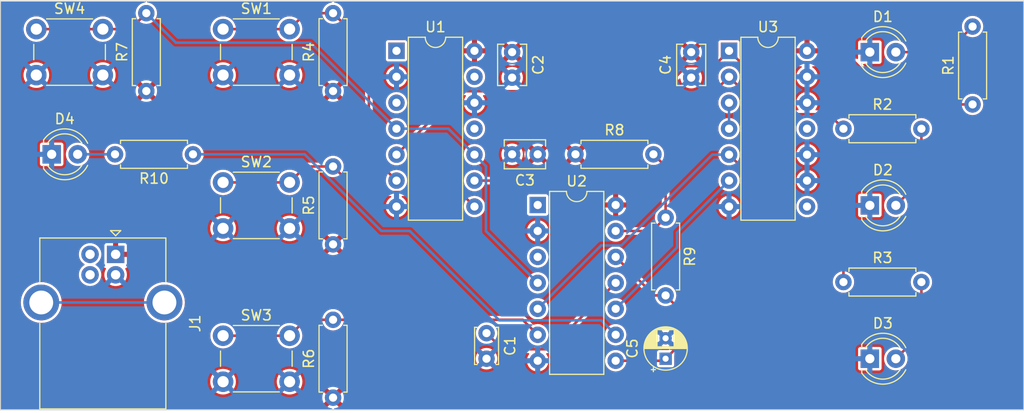
<source format=kicad_pcb>
(kicad_pcb (version 20221018) (generator pcbnew)
  (layers (0 "F.Cu" signal) (31 "B.Cu" signal) (34 "B.Paste" user) (35 "F.Paste" user) (36 "B.SilkS" user "B.Silkscreen") (37 "F.SilkS" user "F.Silkscreen") (38 "B.Mask" user) (39 "F.Mask" user) (44 "Edge.Cuts" user))
  (net 0 "")
  (net 1 "Net-(U2B-CV)")
  (net 2 "GND")
  (net 3 "/THRESHOLD")
  (net 4 "+5V")
  (net 5 "Net-(D1-A)")
  (net 6 "Net-(D2-A)")
  (net 7 "Net-(D3-A)")
  (net 8 "Net-(D4-A)")
  (net 11 "unconnected-(J1-Shield-Pad5)")
  (net 12 "/SET_{1}")
  (net 13 "/SET_{2}")
  (net 14 "/SET_{3}")
  (net 15 "/LED_{1}")
  (net 16 "/LED_{2}")
  (net 17 "/LED_{3}")
  (net 18 "Net-(U2B-DIS)")
  (net 19 "/LED_{DONE}")
  (net 20 "/RESET")
  (net 27 "/FLASH")
  (net 28 "Net-(U3-Pad3)")
  (footprint "Button_Switch_THT:SW_PUSH_6mm_H5mm" (layer "F.Cu") (at 76 60.25)
    (fp_text reference "SW4" (at 3.25 -2) (layer "F.SilkS"))
    (fp_text value "SW_SPST")
    (fp_line (start -0.25 1.5) (end -0.25 3) (stroke (width 0.12)) (layer "F.SilkS"))
    (fp_line (start 1 5.5) (end 5.5 5.5) (stroke (width 0.12)) (layer "F.SilkS"))
    (fp_line (start 5.5 -1) (end 1 -1) (stroke (width 0.12)) (layer "F.SilkS"))
    (fp_line (start 6.75 3) (end 6.75 1.5) (stroke (width 0.12)) (layer "F.SilkS"))
    (pad "1" thru_hole circle (at 0 0 90) (size 2 2) (drill 1.1) (layers "*.Cu" "*.Mask") (net 20 "/RESET"))
    (pad "1" thru_hole circle (at 6.5 0 90) (size 2 2) (drill 1.1) (layers "*.Cu" "*.Mask") (net 20 "/RESET"))
    (pad "2" thru_hole circle (at 0 4.5 90) (size 2 2) (drill 1.1) (layers "*.Cu" "*.Mask") (net 2 "GND"))
    (pad "2" thru_hole circle (at 6.5 4.5 90) (size 2 2) (drill 1.1) (layers "*.Cu" "*.Mask") (net 2 "GND"))
  )
  (footprint "Resistor_THT:R_Axial_DIN0207_L6.3mm_D2.5mm_P7.62mm_Horizontal" (layer "F.Cu") (at 105 96.31 90)
    (fp_text reference "R6" (at 3.81 -2.37 90) (layer "F.SilkS"))
    (fp_text value "10k")
    (fp_line (start 0.54 -1.37) (end 7.08 -1.37) (stroke (width 0.12)) (layer "F.SilkS"))
    (fp_line (start 0.54 -1.04) (end 0.54 -1.37) (stroke (width 0.12)) (layer "F.SilkS"))
    (fp_line (start 0.54 1.04) (end 0.54 1.37) (stroke (width 0.12)) (layer "F.SilkS"))
    (fp_line (start 0.54 1.37) (end 7.08 1.37) (stroke (width 0.12)) (layer "F.SilkS"))
    (fp_line (start 7.08 -1.37) (end 7.08 -1.04) (stroke (width 0.12)) (layer "F.SilkS"))
    (fp_line (start 7.08 1.37) (end 7.08 1.04) (stroke (width 0.12)) (layer "F.SilkS"))
    (pad "1" thru_hole circle (at 0 0 90) (size 1.6 1.6) (drill 0.8) (layers "*.Cu" "*.Mask") (net 4 "+5V"))
    (pad "2" thru_hole oval (at 7.62 0 90) (size 1.6 1.6) (drill 0.8) (layers "*.Cu" "*.Mask") (net 14 "/SET_{3}"))
  )
  (footprint "Resistor_THT:R_Axial_DIN0207_L6.3mm_D2.5mm_P7.62mm_Horizontal" (layer "F.Cu") (at 105 81.31 90)
    (fp_text reference "R5" (at 3.81 -2.37 90) (layer "F.SilkS"))
    (fp_text value "10k")
    (fp_line (start 0.54 -1.37) (end 7.08 -1.37) (stroke (width 0.12)) (layer "F.SilkS"))
    (fp_line (start 0.54 -1.04) (end 0.54 -1.37) (stroke (width 0.12)) (layer "F.SilkS"))
    (fp_line (start 0.54 1.04) (end 0.54 1.37) (stroke (width 0.12)) (layer "F.SilkS"))
    (fp_line (start 0.54 1.37) (end 7.08 1.37) (stroke (width 0.12)) (layer "F.SilkS"))
    (fp_line (start 7.08 -1.37) (end 7.08 -1.04) (stroke (width 0.12)) (layer "F.SilkS"))
    (fp_line (start 7.08 1.37) (end 7.08 1.04) (stroke (width 0.12)) (layer "F.SilkS"))
    (pad "1" thru_hole circle (at 0 0 90) (size 1.6 1.6) (drill 0.8) (layers "*.Cu" "*.Mask") (net 4 "+5V"))
    (pad "2" thru_hole oval (at 7.62 0 90) (size 1.6 1.6) (drill 0.8) (layers "*.Cu" "*.Mask") (net 13 "/SET_{2}"))
  )
  (footprint "Package_DIP:DIP-14_W7.62mm" (layer "F.Cu") (at 125 77.46)
    (fp_text reference "U2" (at 3.81 -2.33) (layer "F.SilkS"))
    (fp_text value "NE556")
    (fp_line (start 1.16 -1.33) (end 1.16 16.57) (stroke (width 0.12)) (layer "F.SilkS"))
    (fp_line (start 1.16 16.57) (end 6.46 16.57) (stroke (width 0.12)) (layer "F.SilkS"))
    (fp_line (start 2.81 -1.33) (end 1.16 -1.33) (stroke (width 0.12)) (layer "F.SilkS"))
    (fp_line (start 6.46 -1.33) (end 4.81 -1.33) (stroke (width 0.12)) (layer "F.SilkS"))
    (fp_line (start 6.46 16.57) (end 6.46 -1.33) (stroke (width 0.12)) (layer "F.SilkS"))
    (fp_arc (start 4.81 -1.33) (mid 3.81 -0.33) (end 2.81 -1.33) (stroke (width 0.12)) (layer "F.SilkS"))
    (pad "1" thru_hole rect (at 0 0) (size 1.6 1.6) (drill 0.8) (layers "*.Cu" "*.Mask"))
    (pad "2" thru_hole oval (at 0 2.54) (size 1.6 1.6) (drill 0.8) (layers "*.Cu" "*.Mask") (net 2 "GND"))
    (pad "3" thru_hole oval (at 0 5.08) (size 1.6 1.6) (drill 0.8) (layers "*.Cu" "*.Mask"))
    (pad "4" thru_hole oval (at 0 7.62) (size 1.6 1.6) (drill 0.8) (layers "*.Cu" "*.Mask") (net 20 "/RESET"))
    (pad "5" thru_hole oval (at 0 10.16) (size 1.6 1.6) (drill 0.8) (layers "*.Cu" "*.Mask") (net 17 "/LED_{3}"))
    (pad "6" thru_hole oval (at 0 12.7) (size 1.6 1.6) (drill 0.8) (layers "*.Cu" "*.Mask") (net 14 "/SET_{3}"))
    (pad "7" thru_hole oval (at 0 15.24) (size 1.6 1.6) (drill 0.8) (layers "*.Cu" "*.Mask") (net 2 "GND"))
    (pad "8" thru_hole oval (at 7.62 15.24) (size 1.6 1.6) (drill 0.8) (layers "*.Cu" "*.Mask") (net 3 "/THRESHOLD"))
    (pad "9" thru_hole oval (at 7.62 12.7) (size 1.6 1.6) (drill 0.8) (layers "*.Cu" "*.Mask") (net 19 "/LED_{DONE}"))
    (pad "10" thru_hole oval (at 7.62 10.16) (size 1.6 1.6) (drill 0.8) (layers "*.Cu" "*.Mask") (net 27 "/FLASH"))
    (pad "11" thru_hole oval (at 7.62 7.62) (size 1.6 1.6) (drill 0.8) (layers "*.Cu" "*.Mask") (net 1 "Net-(U2B-CV)"))
    (pad "12" thru_hole oval (at 7.62 5.08) (size 1.6 1.6) (drill 0.8) (layers "*.Cu" "*.Mask") (net 3 "/THRESHOLD"))
    (pad "13" thru_hole oval (at 7.62 2.54) (size 1.6 1.6) (drill 0.8) (layers "*.Cu" "*.Mask") (net 18 "Net-(U2B-DIS)"))
    (pad "14" thru_hole oval (at 7.62 0) (size 1.6 1.6) (drill 0.8) (layers "*.Cu" "*.Mask") (net 4 "+5V"))
  )
  (footprint "Button_Switch_THT:SW_PUSH_6mm_H5mm" (layer "F.Cu") (at 94.25 90.25)
    (fp_text reference "SW3" (at 3.25 -2) (layer "F.SilkS"))
    (fp_text value "SW_SPST")
    (fp_line (start -0.25 1.5) (end -0.25 3) (stroke (width 0.12)) (layer "F.SilkS"))
    (fp_line (start 1 5.5) (end 5.5 5.5) (stroke (width 0.12)) (layer "F.SilkS"))
    (fp_line (start 5.5 -1) (end 1 -1) (stroke (width 0.12)) (layer "F.SilkS"))
    (fp_line (start 6.75 3) (end 6.75 1.5) (stroke (width 0.12)) (layer "F.SilkS"))
    (pad "1" thru_hole circle (at 0 0 90) (size 2 2) (drill 1.1) (layers "*.Cu" "*.Mask") (net 14 "/SET_{3}"))
    (pad "1" thru_hole circle (at 6.5 0 90) (size 2 2) (drill 1.1) (layers "*.Cu" "*.Mask") (net 14 "/SET_{3}"))
    (pad "2" thru_hole circle (at 0 4.5 90) (size 2 2) (drill 1.1) (layers "*.Cu" "*.Mask") (net 2 "GND"))
    (pad "2" thru_hole circle (at 6.5 4.5 90) (size 2 2) (drill 1.1) (layers "*.Cu" "*.Mask") (net 2 "GND"))
  )
  (footprint "Button_Switch_THT:SW_PUSH_6mm_H5mm" (layer "F.Cu") (at 94.25 75.25)
    (fp_text reference "SW2" (at 3.25 -2) (layer "F.SilkS"))
    (fp_text value "SW_SPST")
    (fp_line (start -0.25 1.5) (end -0.25 3) (stroke (width 0.12)) (layer "F.SilkS"))
    (fp_line (start 1 5.5) (end 5.5 5.5) (stroke (width 0.12)) (layer "F.SilkS"))
    (fp_line (start 5.5 -1) (end 1 -1) (stroke (width 0.12)) (layer "F.SilkS"))
    (fp_line (start 6.75 3) (end 6.75 1.5) (stroke (width 0.12)) (layer "F.SilkS"))
    (pad "1" thru_hole circle (at 0 0 90) (size 2 2) (drill 1.1) (layers "*.Cu" "*.Mask") (net 13 "/SET_{2}"))
    (pad "1" thru_hole circle (at 6.5 0 90) (size 2 2) (drill 1.1) (layers "*.Cu" "*.Mask") (net 13 "/SET_{2}"))
    (pad "2" thru_hole circle (at 0 4.5 90) (size 2 2) (drill 1.1) (layers "*.Cu" "*.Mask") (net 2 "GND"))
    (pad "2" thru_hole circle (at 6.5 4.5 90) (size 2 2) (drill 1.1) (layers "*.Cu" "*.Mask") (net 2 "GND"))
  )
  (footprint "Resistor_THT:R_Axial_DIN0207_L6.3mm_D2.5mm_P7.62mm_Horizontal" (layer "F.Cu") (at 86.75 66.31 90)
    (fp_text reference "R7" (at 3.81 -2.37 90) (layer "F.SilkS"))
    (fp_text value "10k")
    (fp_line (start 0.54 -1.37) (end 7.08 -1.37) (stroke (width 0.12)) (layer "F.SilkS"))
    (fp_line (start 0.54 -1.04) (end 0.54 -1.37) (stroke (width 0.12)) (layer "F.SilkS"))
    (fp_line (start 0.54 1.04) (end 0.54 1.37) (stroke (width 0.12)) (layer "F.SilkS"))
    (fp_line (start 0.54 1.37) (end 7.08 1.37) (stroke (width 0.12)) (layer "F.SilkS"))
    (fp_line (start 7.08 -1.37) (end 7.08 -1.04) (stroke (width 0.12)) (layer "F.SilkS"))
    (fp_line (start 7.08 1.37) (end 7.08 1.04) (stroke (width 0.12)) (layer "F.SilkS"))
    (pad "1" thru_hole circle (at 0 0 90) (size 1.6 1.6) (drill 0.8) (layers "*.Cu" "*.Mask") (net 4 "+5V"))
    (pad "2" thru_hole oval (at 7.62 0 90) (size 1.6 1.6) (drill 0.8) (layers "*.Cu" "*.Mask") (net 20 "/RESET"))
  )
  (footprint "Button_Switch_THT:SW_PUSH_6mm_H5mm" (layer "F.Cu") (at 94.25 60.25)
    (fp_text reference "SW1" (at 3.25 -2) (layer "F.SilkS"))
    (fp_text value "SW_SPST")
    (fp_line (start -0.25 1.5) (end -0.25 3) (stroke (width 0.12)) (layer "F.SilkS"))
    (fp_line (start 1 5.5) (end 5.5 5.5) (stroke (width 0.12)) (layer "F.SilkS"))
    (fp_line (start 5.5 -1) (end 1 -1) (stroke (width 0.12)) (layer "F.SilkS"))
    (fp_line (start 6.75 3) (end 6.75 1.5) (stroke (width 0.12)) (layer "F.SilkS"))
    (pad "1" thru_hole circle (at 0 0 90) (size 2 2) (drill 1.1) (layers "*.Cu" "*.Mask") (net 12 "/SET_{1}"))
    (pad "1" thru_hole circle (at 6.5 0 90) (size 2 2) (drill 1.1) (layers "*.Cu" "*.Mask") (net 12 "/SET_{1}"))
    (pad "2" thru_hole circle (at 0 4.5 90) (size 2 2) (drill 1.1) (layers "*.Cu" "*.Mask") (net 2 "GND"))
    (pad "2" thru_hole circle (at 6.5 4.5 90) (size 2 2) (drill 1.1) (layers "*.Cu" "*.Mask") (net 2 "GND"))
  )
  (footprint "Resistor_THT:R_Axial_DIN0207_L6.3mm_D2.5mm_P7.62mm_Horizontal" (layer "F.Cu") (at 154.88 85)
    (fp_text reference "R3" (at 3.81 -2.37) (layer "F.SilkS"))
    (fp_text value "330")
    (fp_line (start 0.54 -1.37) (end 7.08 -1.37) (stroke (width 0.12)) (layer "F.SilkS"))
    (fp_line (start 0.54 -1.04) (end 0.54 -1.37) (stroke (width 0.12)) (layer "F.SilkS"))
    (fp_line (start 0.54 1.04) (end 0.54 1.37) (stroke (width 0.12)) (layer "F.SilkS"))
    (fp_line (start 0.54 1.37) (end 7.08 1.37) (stroke (width 0.12)) (layer "F.SilkS"))
    (fp_line (start 7.08 -1.37) (end 7.08 -1.04) (stroke (width 0.12)) (layer "F.SilkS"))
    (fp_line (start 7.08 1.37) (end 7.08 1.04) (stroke (width 0.12)) (layer "F.SilkS"))
    (pad "1" thru_hole circle (at 0 0) (size 1.6 1.6) (drill 0.8) (layers "*.Cu" "*.Mask") (net 17 "/LED_{3}"))
    (pad "2" thru_hole oval (at 7.62 0) (size 1.6 1.6) (drill 0.8) (layers "*.Cu" "*.Mask") (net 7 "Net-(D3-A)"))
  )
  (footprint "Capacitor_THT:C_Disc_D3.4mm_W2.1mm_P2.50mm" (layer "F.Cu") (at 120 90 -90)
    (fp_text reference "C1" (at 1.25 -2.3 90) (layer "F.SilkS"))
    (fp_text value "47n")
    (fp_line (start -0.57 -1.17) (end -0.57 -0.925) (stroke (width 0.12)) (layer "F.SilkS"))
    (fp_line (start -0.57 -1.17) (end 3.07 -1.17) (stroke (width 0.12)) (layer "F.SilkS"))
    (fp_line (start -0.57 0.925) (end -0.57 1.17) (stroke (width 0.12)) (layer "F.SilkS"))
    (fp_line (start -0.57 1.17) (end 3.07 1.17) (stroke (width 0.12)) (layer "F.SilkS"))
    (fp_line (start 3.07 -1.17) (end 3.07 -0.925) (stroke (width 0.12)) (layer "F.SilkS"))
    (fp_line (start 3.07 0.925) (end 3.07 1.17) (stroke (width 0.12)) (layer "F.SilkS"))
    (pad "1" thru_hole circle (at 0 0 270) (size 1.6 1.6) (drill 0.8) (layers "*.Cu" "*.Mask") (net 1 "Net-(U2B-CV)"))
    (pad "2" thru_hole circle (at 2.5 0 270) (size 1.6 1.6) (drill 0.8) (layers "*.Cu" "*.Mask") (net 2 "GND"))
  )
  (footprint "Resistor_THT:R_Axial_DIN0207_L6.3mm_D2.5mm_P7.62mm_Horizontal" (layer "F.Cu") (at 128.69 72.5)
    (fp_text reference "R8" (at 3.81 -2.37) (layer "F.SilkS"))
    (fp_text value "1k")
    (fp_line (start 0.54 -1.37) (end 7.08 -1.37) (stroke (width 0.12)) (layer "F.SilkS"))
    (fp_line (start 0.54 -1.04) (end 0.54 -1.37) (stroke (width 0.12)) (layer "F.SilkS"))
    (fp_line (start 0.54 1.04) (end 0.54 1.37) (stroke (width 0.12)) (layer "F.SilkS"))
    (fp_line (start 0.54 1.37) (end 7.08 1.37) (stroke (width 0.12)) (layer "F.SilkS"))
    (fp_line (start 7.08 -1.37) (end 7.08 -1.04) (stroke (width 0.12)) (layer "F.SilkS"))
    (fp_line (start 7.08 1.37) (end 7.08 1.04) (stroke (width 0.12)) (layer "F.SilkS"))
    (pad "1" thru_hole circle (at 0 0) (size 1.6 1.6) (drill 0.8) (layers "*.Cu" "*.Mask") (net 4 "+5V"))
    (pad "2" thru_hole oval (at 7.62 0) (size 1.6 1.6) (drill 0.8) (layers "*.Cu" "*.Mask") (net 18 "Net-(U2B-DIS)"))
  )
  (footprint "Capacitor_THT:C_Disc_D3.8mm_W2.6mm_P2.50mm" (layer "F.Cu") (at 125 72.5 180)
    (fp_text reference "C3" (at 1.25 -2.55) (layer "F.SilkS"))
    (fp_text value "100n")
    (fp_line (start -0.77 -1.42) (end -0.77 -0.795) (stroke (width 0.12)) (layer "F.SilkS"))
    (fp_line (start -0.77 -1.42) (end 3.27 -1.42) (stroke (width 0.12)) (layer "F.SilkS"))
    (fp_line (start -0.77 0.795) (end -0.77 1.42) (stroke (width 0.12)) (layer "F.SilkS"))
    (fp_line (start -0.77 1.42) (end 3.27 1.42) (stroke (width 0.12)) (layer "F.SilkS"))
    (fp_line (start 3.27 -1.42) (end 3.27 -0.795) (stroke (width 0.12)) (layer "F.SilkS"))
    (fp_line (start 3.27 0.795) (end 3.27 1.42) (stroke (width 0.12)) (layer "F.SilkS"))
    (pad "1" thru_hole circle (at 0 0 180) (size 1.6 1.6) (drill 0.8) (layers "*.Cu" "*.Mask") (net 4 "+5V"))
    (pad "2" thru_hole circle (at 2.5 0 180) (size 1.6 1.6) (drill 0.8) (layers "*.Cu" "*.Mask") (net 2 "GND"))
  )
  (footprint "Package_DIP:DIP-14_W7.62mm" (layer "F.Cu") (at 111.2 62.375)
    (fp_text reference "U1" (at 3.81 -2.33) (layer "F.SilkS"))
    (fp_text value "NE556")
    (fp_line (start 1.16 -1.33) (end 1.16 16.57) (stroke (width 0.12)) (layer "F.SilkS"))
    (fp_line (start 1.16 16.57) (end 6.46 16.57) (stroke (width 0.12)) (layer "F.SilkS"))
    (fp_line (start 2.81 -1.33) (end 1.16 -1.33) (stroke (width 0.12)) (layer "F.SilkS"))
    (fp_line (start 6.46 -1.33) (end 4.81 -1.33) (stroke (width 0.12)) (layer "F.SilkS"))
    (fp_line (start 6.46 16.57) (end 6.46 -1.33) (stroke (width 0.12)) (layer "F.SilkS"))
    (fp_arc (start 4.81 -1.33) (mid 3.81 -0.33) (end 2.81 -1.33) (stroke (width 0.12)) (layer "F.SilkS"))
    (pad "1" thru_hole rect (at 0 0) (size 1.6 1.6) (drill 0.8) (layers "*.Cu" "*.Mask"))
    (pad "2" thru_hole oval (at 0 2.54) (size 1.6 1.6) (drill 0.8) (layers "*.Cu" "*.Mask") (net 2 "GND"))
    (pad "3" thru_hole oval (at 0 5.08) (size 1.6 1.6) (drill 0.8) (layers "*.Cu" "*.Mask"))
    (pad "4" thru_hole oval (at 0 7.62) (size 1.6 1.6) (drill 0.8) (layers "*.Cu" "*.Mask") (net 20 "/RESET"))
    (pad "5" thru_hole oval (at 0 10.16) (size 1.6 1.6) (drill 0.8) (layers "*.Cu" "*.Mask") (net 15 "/LED_{1}"))
    (pad "6" thru_hole oval (at 0 12.7) (size 1.6 1.6) (drill 0.8) (layers "*.Cu" "*.Mask") (net 12 "/SET_{1}"))
    (pad "7" thru_hole oval (at 0 15.24) (size 1.6 1.6) (drill 0.8) (layers "*.Cu" "*.Mask") (net 2 "GND"))
    (pad "8" thru_hole oval (at 7.62 15.24) (size 1.6 1.6) (drill 0.8) (layers "*.Cu" "*.Mask") (net 13 "/SET_{2}"))
    (pad "9" thru_hole oval (at 7.62 12.7) (size 1.6 1.6) (drill 0.8) (layers "*.Cu" "*.Mask") (net 16 "/LED_{2}"))
    (pad "10" thru_hole oval (at 7.62 10.16) (size 1.6 1.6) (drill 0.8) (layers "*.Cu" "*.Mask") (net 20 "/RESET"))
    (pad "11" thru_hole oval (at 7.62 7.62) (size 1.6 1.6) (drill 0.8) (layers "*.Cu" "*.Mask"))
    (pad "12" thru_hole oval (at 7.62 5.08) (size 1.6 1.6) (drill 0.8) (layers "*.Cu" "*.Mask") (net 2 "GND"))
    (pad "13" thru_hole oval (at 7.62 2.54) (size 1.6 1.6) (drill 0.8) (layers "*.Cu" "*.Mask"))
    (pad "14" thru_hole oval (at 7.62 0) (size 1.6 1.6) (drill 0.8) (layers "*.Cu" "*.Mask") (net 4 "+5V"))
  )
  (footprint "Connector_USB:USB_B_OST_USB-B1HSxx_Horizontal" (layer "F.Cu") (at 83.75 82.29 -90)
    (fp_text reference "J1" (at 6.76 -7.77 90) (layer "F.SilkS"))
    (fp_text value "USB_B")
    (fp_line (start -2.32 -0.5) (end -2.32 0.5) (stroke (width 0.12)) (layer "F.SilkS"))
    (fp_line (start -2.32 0.5) (end -1.82 0) (stroke (width 0.12)) (layer "F.SilkS"))
    (fp_line (start -1.82 0) (end -2.32 -0.5) (stroke (width 0.12)) (layer "F.SilkS"))
    (fp_line (start -1.6 -4.91) (end -1.6 7.41) (stroke (width 0.12)) (layer "F.SilkS"))
    (fp_line (start -1.6 7.41) (end 2.66 7.41) (stroke (width 0.12)) (layer "F.SilkS"))
    (fp_line (start 2.66 -4.91) (end -1.6 -4.91) (stroke (width 0.12)) (layer "F.SilkS"))
    (fp_line (start 6.76 -4.91) (end 15.12 -4.91) (stroke (width 0.12)) (layer "F.SilkS"))
    (fp_line (start 15.12 -4.91) (end 15.12 7.41) (stroke (width 0.12)) (layer "F.SilkS"))
    (fp_line (start 15.12 7.41) (end 6.76 7.41) (stroke (width 0.12)) (layer "F.SilkS"))
    (pad "1" thru_hole rect (at 0 0 270) (size 1.7 1.7) (drill 0.92) (layers "*.Cu" "*.Mask") (net 4 "+5V"))
    (pad "2" thru_hole circle (at 0 2.5 270) (size 1.7 1.7) (drill 0.92) (layers "*.Cu" "*.Mask"))
    (pad "3" thru_hole circle (at 2 2.5 270) (size 1.7 1.7) (drill 0.92) (layers "*.Cu" "*.Mask"))
    (pad "4" thru_hole circle (at 2 0 270) (size 1.7 1.7) (drill 0.92) (layers "*.Cu" "*.Mask") (net 2 "GND"))
    (pad "5" thru_hole circle (at 4.71 -4.77 270) (size 3.5 3.5) (drill 2.33) (layers "*.Cu" "*.Mask") (net 11 "unconnected-(J1-Shield-Pad5)"))
    (pad "5" thru_hole circle (at 4.71 7.27 270) (size 3.5 3.5) (drill 2.33) (layers "*.Cu" "*.Mask") (net 11 "unconnected-(J1-Shield-Pad5)"))
  )
  (footprint "Resistor_THT:R_Axial_DIN0207_L6.3mm_D2.5mm_P7.62mm_Horizontal" (layer "F.Cu") (at 137.5 78.69 -90)
    (fp_text reference "R9" (at 3.81 -2.37 90) (layer "F.SilkS"))
    (fp_text value "100k")
    (fp_line (start 0.54 -1.37) (end 7.08 -1.37) (stroke (width 0.12)) (layer "F.SilkS"))
    (fp_line (start 0.54 -1.04) (end 0.54 -1.37) (stroke (width 0.12)) (layer "F.SilkS"))
    (fp_line (start 0.54 1.04) (end 0.54 1.37) (stroke (width 0.12)) (layer "F.SilkS"))
    (fp_line (start 0.54 1.37) (end 7.08 1.37) (stroke (width 0.12)) (layer "F.SilkS"))
    (fp_line (start 7.08 -1.37) (end 7.08 -1.04) (stroke (width 0.12)) (layer "F.SilkS"))
    (fp_line (start 7.08 1.37) (end 7.08 1.04) (stroke (width 0.12)) (layer "F.SilkS"))
    (pad "1" thru_hole circle (at 0 0 270) (size 1.6 1.6) (drill 0.8) (layers "*.Cu" "*.Mask") (net 18 "Net-(U2B-DIS)"))
    (pad "2" thru_hole oval (at 7.62 0 270) (size 1.6 1.6) (drill 0.8) (layers "*.Cu" "*.Mask") (net 3 "/THRESHOLD"))
  )
  (footprint "LED_THT:LED_D4.0mm" (layer "F.Cu") (at 77.5 72.5)
    (fp_text reference "D4" (at 1.27 -3.46) (layer "F.SilkS"))
    (fp_text value "GRN")
    (fp_line (start -0.79 -1.399) (end -0.79 -1.08) (stroke (width 0.12)) (layer "F.SilkS"))
    (fp_line (start -0.79 1.08) (end -0.79 1.399) (stroke (width 0.12)) (layer "F.SilkS"))
    (fp_arc (start -0.79 -1.398749) (mid 1.453519 -2.483228) (end 3.513242 -1.080724) (stroke (width 0.12)) (layer "F.SilkS"))
    (fp_arc (start -0.41333 -1.08) (mid 1.269429 -2) (end 2.952713 -1.080961) (stroke (width 0.12)) (layer "F.SilkS"))
    (fp_arc (start 2.952713 1.080961) (mid 1.269429 2) (end -0.41333 1.08) (stroke (width 0.12)) (layer "F.SilkS"))
    (fp_arc (start 3.513242 1.080724) (mid 1.453519 2.483228) (end -0.79 1.398749) (stroke (width 0.12)) (layer "F.SilkS"))
    (pad "1" thru_hole rect (at 0 0) (size 1.8 1.8) (drill 0.9) (layers "*.Cu" "*.Mask") (net 2 "GND"))
    (pad "2" thru_hole circle (at 2.54 0) (size 1.8 1.8) (drill 0.9) (layers "*.Cu" "*.Mask") (net 8 "Net-(D4-A)"))
  )
  (footprint "LED_THT:LED_D4.0mm" (layer "F.Cu") (at 157.46 62.5)
    (fp_text reference "D1" (at 1.27 -3.46) (layer "F.SilkS"))
    (fp_text value "RED")
    (fp_line (start -0.79 -1.399) (end -0.79 -1.08) (stroke (width 0.12)) (layer "F.SilkS"))
    (fp_line (start -0.79 1.08) (end -0.79 1.399) (stroke (width 0.12)) (layer "F.SilkS"))
    (fp_arc (start -0.79 -1.398749) (mid 1.453519 -2.483228) (end 3.513242 -1.080724) (stroke (width 0.12)) (layer "F.SilkS"))
    (fp_arc (start -0.41333 -1.08) (mid 1.269429 -2) (end 2.952713 -1.080961) (stroke (width 0.12)) (layer "F.SilkS"))
    (fp_arc (start 2.952713 1.080961) (mid 1.269429 2) (end -0.41333 1.08) (stroke (width 0.12)) (layer "F.SilkS"))
    (fp_arc (start 3.513242 1.080724) (mid 1.453519 2.483228) (end -0.79 1.398749) (stroke (width 0.12)) (layer "F.SilkS"))
    (pad "1" thru_hole rect (at 0 0) (size 1.8 1.8) (drill 0.9) (layers "*.Cu" "*.Mask") (net 2 "GND"))
    (pad "2" thru_hole circle (at 2.54 0) (size 1.8 1.8) (drill 0.9) (layers "*.Cu" "*.Mask") (net 5 "Net-(D1-A)"))
  )
  (footprint "Capacitor_THT:C_Disc_D3.8mm_W2.6mm_P2.50mm" (layer "F.Cu") (at 140 62.5 -90)
    (fp_text reference "C4" (at 1.25 2.5 90) (layer "F.SilkS"))
    (fp_text value "100n")
    (fp_line (start -0.77 -1.42) (end -0.77 -0.795) (stroke (width 0.12)) (layer "F.SilkS"))
    (fp_line (start -0.77 -1.42) (end 3.27 -1.42) (stroke (width 0.12)) (layer "F.SilkS"))
    (fp_line (start -0.77 0.795) (end -0.77 1.42) (stroke (width 0.12)) (layer "F.SilkS"))
    (fp_line (start -0.77 1.42) (end 3.27 1.42) (stroke (width 0.12)) (layer "F.SilkS"))
    (fp_line (start 3.27 -1.42) (end 3.27 -0.795) (stroke (width 0.12)) (layer "F.SilkS"))
    (fp_line (start 3.27 0.795) (end 3.27 1.42) (stroke (width 0.12)) (layer "F.SilkS"))
    (pad "1" thru_hole circle (at 0 0 270) (size 1.6 1.6) (drill 0.8) (layers "*.Cu" "*.Mask") (net 4 "+5V"))
    (pad "2" thru_hole circle (at 2.5 0 270) (size 1.6 1.6) (drill 0.8) (layers "*.Cu" "*.Mask") (net 2 "GND"))
  )
  (footprint "Resistor_THT:R_Axial_DIN0207_L6.3mm_D2.5mm_P7.62mm_Horizontal" (layer "F.Cu") (at 154.88 70)
    (fp_text reference "R2" (at 3.81 -2.37) (layer "F.SilkS"))
    (fp_text value "330")
    (fp_line (start 0.54 -1.37) (end 7.08 -1.37) (stroke (width 0.12)) (layer "F.SilkS"))
    (fp_line (start 0.54 -1.04) (end 0.54 -1.37) (stroke (width 0.12)) (layer "F.SilkS"))
    (fp_line (start 0.54 1.04) (end 0.54 1.37) (stroke (width 0.12)) (layer "F.SilkS"))
    (fp_line (start 0.54 1.37) (end 7.08 1.37) (stroke (width 0.12)) (layer "F.SilkS"))
    (fp_line (start 7.08 -1.37) (end 7.08 -1.04) (stroke (width 0.12)) (layer "F.SilkS"))
    (fp_line (start 7.08 1.37) (end 7.08 1.04) (stroke (width 0.12)) (layer "F.SilkS"))
    (pad "1" thru_hole circle (at 0 0) (size 1.6 1.6) (drill 0.8) (layers "*.Cu" "*.Mask") (net 16 "/LED_{2}"))
    (pad "2" thru_hole oval (at 7.62 0) (size 1.6 1.6) (drill 0.8) (layers "*.Cu" "*.Mask") (net 6 "Net-(D2-A)"))
  )
  (footprint "Resistor_THT:R_Axial_DIN0207_L6.3mm_D2.5mm_P7.62mm_Horizontal" (layer "F.Cu") (at 105 66.31 90)
    (fp_text reference "R4" (at 3.81 -2.37 90) (layer "F.SilkS"))
    (fp_text value "10k")
    (fp_line (start 0.54 -1.37) (end 7.08 -1.37) (stroke (width 0.12)) (layer "F.SilkS"))
    (fp_line (start 0.54 -1.04) (end 0.54 -1.37) (stroke (width 0.12)) (layer "F.SilkS"))
    (fp_line (start 0.54 1.04) (end 0.54 1.37) (stroke (width 0.12)) (layer "F.SilkS"))
    (fp_line (start 0.54 1.37) (end 7.08 1.37) (stroke (width 0.12)) (layer "F.SilkS"))
    (fp_line (start 7.08 -1.37) (end 7.08 -1.04) (stroke (width 0.12)) (layer "F.SilkS"))
    (fp_line (start 7.08 1.37) (end 7.08 1.04) (stroke (width 0.12)) (layer "F.SilkS"))
    (pad "1" thru_hole circle (at 0 0 90) (size 1.6 1.6) (drill 0.8) (layers "*.Cu" "*.Mask") (net 4 "+5V"))
    (pad "2" thru_hole oval (at 7.62 0 90) (size 1.6 1.6) (drill 0.8) (layers "*.Cu" "*.Mask") (net 12 "/SET_{1}"))
  )
  (footprint "LED_THT:LED_D4.0mm" (layer "F.Cu") (at 157.46 92.5)
    (fp_text reference "D3" (at 1.27 -3.46) (layer "F.SilkS"))
    (fp_text value "RED")
    (fp_line (start -0.79 -1.399) (end -0.79 -1.08) (stroke (width 0.12)) (layer "F.SilkS"))
    (fp_line (start -0.79 1.08) (end -0.79 1.399) (stroke (width 0.12)) (layer "F.SilkS"))
    (fp_arc (start -0.79 -1.398749) (mid 1.453519 -2.483228) (end 3.513242 -1.080724) (stroke (width 0.12)) (layer "F.SilkS"))
    (fp_arc (start -0.41333 -1.08) (mid 1.269429 -2) (end 2.952713 -1.080961) (stroke (width 0.12)) (layer "F.SilkS"))
    (fp_arc (start 2.952713 1.080961) (mid 1.269429 2) (end -0.41333 1.08) (stroke (width 0.12)) (layer "F.SilkS"))
    (fp_arc (start 3.513242 1.080724) (mid 1.453519 2.483228) (end -0.79 1.398749) (stroke (width 0.12)) (layer "F.SilkS"))
    (pad "1" thru_hole rect (at 0 0) (size 1.8 1.8) (drill 0.9) (layers "*.Cu" "*.Mask") (net 2 "GND"))
    (pad "2" thru_hole circle (at 2.54 0) (size 1.8 1.8) (drill 0.9) (layers "*.Cu" "*.Mask") (net 7 "Net-(D3-A)"))
  )
  (footprint "Resistor_THT:R_Axial_DIN0207_L6.3mm_D2.5mm_P7.62mm_Horizontal" (layer "F.Cu") (at 91.31 72.5 180)
    (fp_text reference "R10" (at 3.81 -2.37) (layer "F.SilkS"))
    (fp_text value "330")
    (fp_line (start 0.54 -1.37) (end 7.08 -1.37) (stroke (width 0.12)) (layer "F.SilkS"))
    (fp_line (start 0.54 -1.04) (end 0.54 -1.37) (stroke (width 0.12)) (layer "F.SilkS"))
    (fp_line (start 0.54 1.04) (end 0.54 1.37) (stroke (width 0.12)) (layer "F.SilkS"))
    (fp_line (start 0.54 1.37) (end 7.08 1.37) (stroke (width 0.12)) (layer "F.SilkS"))
    (fp_line (start 7.08 -1.37) (end 7.08 -1.04) (stroke (width 0.12)) (layer "F.SilkS"))
    (fp_line (start 7.08 1.37) (end 7.08 1.04) (stroke (width 0.12)) (layer "F.SilkS"))
    (pad "1" thru_hole circle (at 0 0 180) (size 1.6 1.6) (drill 0.8) (layers "*.Cu" "*.Mask") (net 19 "/LED_{DONE}"))
    (pad "2" thru_hole oval (at 7.62 0 180) (size 1.6 1.6) (drill 0.8) (layers "*.Cu" "*.Mask") (net 8 "Net-(D4-A)"))
  )
  (footprint "Capacitor_THT:CP_Radial_D4.0mm_P2.00mm" (layer "F.Cu") (at 137.5 92.5 90)
    (fp_text reference "C5" (at 1 -3.25 90) (layer "F.SilkS"))
    (fp_text value "2u2")
    (fp_line (start -1.269801 -1.195) (end -0.869801 -1.195) (stroke (width 0.12)) (layer "F.SilkS"))
    (fp_line (start -1.069801 -1.395) (end -1.069801 -0.995) (stroke (width 0.12)) (layer "F.SilkS"))
    (fp_line (start 1 -2.08) (end 1 2.08) (stroke (width 0.12)) (layer "F.SilkS"))
    (fp_line (start 1.04 -2.08) (end 1.04 2.08) (stroke (width 0.12)) (layer "F.SilkS"))
    (fp_line (start 1.08 -2.079) (end 1.08 2.079) (stroke (width 0.12)) (layer "F.SilkS"))
    (fp_line (start 1.12 -2.077) (end 1.12 2.077) (stroke (width 0.12)) (layer "F.SilkS"))
    (fp_line (start 1.16 -2.074) (end 1.16 2.074) (stroke (width 0.12)) (layer "F.SilkS"))
    (fp_line (start 1.2 -2.071) (end 1.2 -0.84) (stroke (width 0.12)) (layer "F.SilkS"))
    (fp_line (start 1.2 0.84) (end 1.2 2.071) (stroke (width 0.12)) (layer "F.SilkS"))
    (fp_line (start 1.24 -2.067) (end 1.24 -0.84) (stroke (width 0.12)) (layer "F.SilkS"))
    (fp_line (start 1.24 0.84) (end 1.24 2.067) (stroke (width 0.12)) (layer "F.SilkS"))
    (fp_line (start 1.28 -2.062) (end 1.28 -0.84) (stroke (width 0.12)) (layer "F.SilkS"))
    (fp_line (start 1.28 0.84) (end 1.28 2.062) (stroke (width 0.12)) (layer "F.SilkS"))
    (fp_line (start 1.32 -2.056) (end 1.32 -0.84) (stroke (width 0.12)) (layer "F.SilkS"))
    (fp_line (start 1.32 0.84) (end 1.32 2.056) (stroke (width 0.12)) (layer "F.SilkS"))
    (fp_line (start 1.36 -2.05) (end 1.36 -0.84) (stroke (width 0.12)) (layer "F.SilkS"))
    (fp_line (start 1.36 0.84) (end 1.36 2.05) (stroke (width 0.12)) (layer "F.SilkS"))
    (fp_line (start 1.4 -2.042) (end 1.4 -0.84) (stroke (width 0.12)) (layer "F.SilkS"))
    (fp_line (start 1.4 0.84) (end 1.4 2.042) (stroke (width 0.12)) (layer "F.SilkS"))
    (fp_line (start 1.44 -2.034) (end 1.44 -0.84) (stroke (width 0.12)) (layer "F.SilkS"))
    (fp_line (start 1.44 0.84) (end 1.44 2.034) (stroke (width 0.12)) (layer "F.SilkS"))
    (fp_line (start 1.48 -2.025) (end 1.48 -0.84) (stroke (width 0.12)) (layer "F.SilkS"))
    (fp_line (start 1.48 0.84) (end 1.48 2.025) (stroke (width 0.12)) (layer "F.SilkS"))
    (fp_line (start 1.52 -2.016) (end 1.52 -0.84) (stroke (width 0.12)) (layer "F.SilkS"))
    (fp_line (start 1.52 0.84) (end 1.52 2.016) (stroke (width 0.12)) (layer "F.SilkS"))
    (fp_line (start 1.56 -2.005) (end 1.56 -0.84) (stroke (width 0.12)) (layer "F.SilkS"))
    (fp_line (start 1.56 0.84) (end 1.56 2.005) (stroke (width 0.12)) (layer "F.SilkS"))
    (fp_line (start 1.6 -1.994) (end 1.6 -0.84) (stroke (width 0.12)) (layer "F.SilkS"))
    (fp_line (start 1.6 0.84) (end 1.6 1.994) (stroke (width 0.12)) (layer "F.SilkS"))
    (fp_line (start 1.64 -1.982) (end 1.64 -0.84) (stroke (width 0.12)) (layer "F.SilkS"))
    (fp_line (start 1.64 0.84) (end 1.64 1.982) (stroke (width 0.12)) (layer "F.SilkS"))
    (fp_line (start 1.68 -1.968) (end 1.68 -0.84) (stroke (width 0.12)) (layer "F.SilkS"))
    (fp_line (start 1.68 0.84) (end 1.68 1.968) (stroke (width 0.12)) (layer "F.SilkS"))
    (fp_line (start 1.721 -1.954) (end 1.721 -0.84) (stroke (width 0.12)) (layer "F.SilkS"))
    (fp_line (start 1.721 0.84) (end 1.721 1.954) (stroke (width 0.12)) (layer "F.SilkS"))
    (fp_line (start 1.761 -1.94) (end 1.761 -0.84) (stroke (width 0.12)) (layer "F.SilkS"))
    (fp_line (start 1.761 0.84) (end 1.761 1.94) (stroke (width 0.12)) (layer "F.SilkS"))
    (fp_line (start 1.801 -1.924) (end 1.801 -0.84) (stroke (width 0.12)) (layer "F.SilkS"))
    (fp_line (start 1.801 0.84) (end 1.801 1.924) (stroke (width 0.12)) (layer "F.SilkS"))
    (fp_line (start 1.841 -1.907) (end 1.841 -0.84) (stroke (width 0.12)) (layer "F.SilkS"))
    (fp_line (start 1.841 0.84) (end 1.841 1.907) (stroke (width 0.12)) (layer "F.SilkS"))
    (fp_line (start 1.881 -1.889) (end 1.881 -0.84) (stroke (width 0.12)) (layer "F.SilkS"))
    (fp_line (start 1.881 0.84) (end 1.881 1.889) (stroke (width 0.12)) (layer "F.SilkS"))
    (fp_line (start 1.921 -1.87) (end 1.921 -0.84) (stroke (width 0.12)) (layer "F.SilkS"))
    (fp_line (start 1.921 0.84) (end 1.921 1.87) (stroke (width 0.12)) (layer "F.SilkS"))
    (fp_line (start 1.961 -1.851) (end 1.961 -0.84) (stroke (width 0.12)) (layer "F.SilkS"))
    (fp_line (start 1.961 0.84) (end 1.961 1.851) (stroke (width 0.12)) (layer "F.SilkS"))
    (fp_line (start 2.001 -1.83) (end 2.001 -0.84) (stroke (width 0.12)) (layer "F.SilkS"))
    (fp_line (start 2.001 0.84) (end 2.001 1.83) (stroke (width 0.12)) (layer "F.SilkS"))
    (fp_line (start 2.041 -1.808) (end 2.041 -0.84) (stroke (width 0.12)) (layer "F.SilkS"))
    (fp_line (start 2.041 0.84) (end 2.041 1.808) (stroke (width 0.12)) (layer "F.SilkS"))
    (fp_line (start 2.081 -1.785) (end 2.081 -0.84) (stroke (width 0.12)) (layer "F.SilkS"))
    (fp_line (start 2.081 0.84) (end 2.081 1.785) (stroke (width 0.12)) (layer "F.SilkS"))
    (fp_line (start 2.121 -1.76) (end 2.121 -0.84) (stroke (width 0.12)) (layer "F.SilkS"))
    (fp_line (start 2.121 0.84) (end 2.121 1.76) (stroke (width 0.12)) (layer "F.SilkS"))
    (fp_line (start 2.161 -1.735) (end 2.161 -0.84) (stroke (width 0.12)) (layer "F.SilkS"))
    (fp_line (start 2.161 0.84) (end 2.161 1.735) (stroke (width 0.12)) (layer "F.SilkS"))
    (fp_line (start 2.201 -1.708) (end 2.201 -0.84) (stroke (width 0.12)) (layer "F.SilkS"))
    (fp_line (start 2.201 0.84) (end 2.201 1.708) (stroke (width 0.12)) (layer "F.SilkS"))
    (fp_line (start 2.241 -1.68) (end 2.241 -0.84) (stroke (width 0.12)) (layer "F.SilkS"))
    (fp_line (start 2.241 0.84) (end 2.241 1.68) (stroke (width 0.12)) (layer "F.SilkS"))
    (fp_line (start 2.281 -1.65) (end 2.281 -0.84) (stroke (width 0.12)) (layer "F.SilkS"))
    (fp_line (start 2.281 0.84) (end 2.281 1.65) (stroke (width 0.12)) (layer "F.SilkS"))
    (fp_line (start 2.321 -1.619) (end 2.321 -0.84) (stroke (width 0.12)) (layer "F.SilkS"))
    (fp_line (start 2.321 0.84) (end 2.321 1.619) (stroke (width 0.12)) (layer "F.SilkS"))
    (fp_line (start 2.361 -1.587) (end 2.361 -0.84) (stroke (width 0.12)) (layer "F.SilkS"))
    (fp_line (start 2.361 0.84) (end 2.361 1.587) (stroke (width 0.12)) (layer "F.SilkS"))
    (fp_line (start 2.401 -1.552) (end 2.401 -0.84) (stroke (width 0.12)) (layer "F.SilkS"))
    (fp_line (start 2.401 0.84) (end 2.401 1.552) (stroke (width 0.12)) (layer "F.SilkS"))
    (fp_line (start 2.441 -1.516) (end 2.441 -0.84) (stroke (width 0.12)) (layer "F.SilkS"))
    (fp_line (start 2.441 0.84) (end 2.441 1.516) (stroke (width 0.12)) (layer "F.SilkS"))
    (fp_line (start 2.481 -1.478) (end 2.481 -0.84) (stroke (width 0.12)) (layer "F.SilkS"))
    (fp_line (start 2.481 0.84) (end 2.481 1.478) (stroke (width 0.12)) (layer "F.SilkS"))
    (fp_line (start 2.521 -1.438) (end 2.521 -0.84) (stroke (width 0.12)) (layer "F.SilkS"))
    (fp_line (start 2.521 0.84) (end 2.521 1.438) (stroke (width 0.12)) (layer "F.SilkS"))
    (fp_line (start 2.561 -1.396) (end 2.561 -0.84) (stroke (width 0.12)) (layer "F.SilkS"))
    (fp_line (start 2.561 0.84) (end 2.561 1.396) (stroke (width 0.12)) (layer "F.SilkS"))
    (fp_line (start 2.601 -1.351) (end 2.601 -0.84) (stroke (width 0.12)) (layer "F.SilkS"))
    (fp_line (start 2.601 0.84) (end 2.601 1.351) (stroke (width 0.12)) (layer "F.SilkS"))
    (fp_line (start 2.641 -1.304) (end 2.641 -0.84) (stroke (width 0.12)) (layer "F.SilkS"))
    (fp_line (start 2.641 0.84) (end 2.641 1.304) (stroke (width 0.12)) (layer "F.SilkS"))
    (fp_line (start 2.681 -1.254) (end 2.681 -0.84) (stroke (width 0.12)) (layer "F.SilkS"))
    (fp_line (start 2.681 0.84) (end 2.681 1.254) (stroke (width 0.12)) (layer "F.SilkS"))
    (fp_line (start 2.721 -1.2) (end 2.721 -0.84) (stroke (width 0.12)) (layer "F.SilkS"))
    (fp_line (start 2.721 0.84) (end 2.721 1.2) (stroke (width 0.12)) (layer "F.SilkS"))
    (fp_line (start 2.761 -1.142) (end 2.761 -0.84) (stroke (width 0.12)) (layer "F.SilkS"))
    (fp_line (start 2.761 0.84) (end 2.761 1.142) (stroke (width 0.12)) (layer "F.SilkS"))
    (fp_line (start 2.801 -1.08) (end 2.801 -0.84) (stroke (width 0.12)) (layer "F.SilkS"))
    (fp_line (start 2.801 0.84) (end 2.801 1.08) (stroke (width 0.12)) (layer "F.SilkS"))
    (fp_line (start 2.841 -1.013) (end 2.841 1.013) (stroke (width 0.12)) (layer "F.SilkS"))
    (fp_line (start 2.881 -0.94) (end 2.881 0.94) (stroke (width 0.12)) (layer "F.SilkS"))
    (fp_line (start 2.921 -0.859) (end 2.921 0.859) (stroke (width 0.12)) (layer "F.SilkS"))
    (fp_line (start 2.961 -0.768) (end 2.961 0.768) (stroke (width 0.12)) (layer "F.SilkS"))
    (fp_line (start 3.001 -0.664) (end 3.001 0.664) (stroke (width 0.12)) (layer "F.SilkS"))
    (fp_line (start 3.041 -0.537) (end 3.041 0.537) (stroke (width 0.12)) (layer "F.SilkS"))
    (fp_line (start 3.081 -0.37) (end 3.081 0.37) (stroke (width 0.12)) (layer "F.SilkS"))
    (fp_circle (center 1 0) (end 3.12 0) (stroke (width 0.12)) (fill none) (layer "F.SilkS"))
    (pad "1" thru_hole rect (at 0 0 90) (size 1.2 1.2) (drill 0.6) (layers "*.Cu" "*.Mask") (net 3 "/THRESHOLD"))
    (pad "2" thru_hole circle (at 2 0 90) (size 1.2 1.2) (drill 0.6) (layers "*.Cu" "*.Mask") (net 2 "GND"))
  )
  (footprint "LED_THT:LED_D4.0mm" (layer "F.Cu") (at 157.46 77.5)
    (fp_text reference "D2" (at 1.27 -3.46) (layer "F.SilkS"))
    (fp_text value "RED")
    (fp_line (start -0.79 -1.399) (end -0.79 -1.08) (stroke (width 0.12)) (layer "F.SilkS"))
    (fp_line (start -0.79 1.08) (end -0.79 1.399) (stroke (width 0.12)) (layer "F.SilkS"))
    (fp_arc (start -0.79 -1.398749) (mid 1.453519 -2.483228) (end 3.513242 -1.080724) (stroke (width 0.12)) (layer "F.SilkS"))
    (fp_arc (start -0.41333 -1.08) (mid 1.269429 -2) (end 2.952713 -1.080961) (stroke (width 0.12)) (layer "F.SilkS"))
    (fp_arc (start 2.952713 1.080961) (mid 1.269429 2) (end -0.41333 1.08) (stroke (width 0.12)) (layer "F.SilkS"))
    (fp_arc (start 3.513242 1.080724) (mid 1.453519 2.483228) (end -0.79 1.398749) (stroke (width 0.12)) (layer "F.SilkS"))
    (pad "1" thru_hole rect (at 0 0) (size 1.8 1.8) (drill 0.9) (layers "*.Cu" "*.Mask") (net 2 "GND"))
    (pad "2" thru_hole circle (at 2.54 0) (size 1.8 1.8) (drill 0.9) (layers "*.Cu" "*.Mask") (net 6 "Net-(D2-A)"))
  )
  (footprint "Package_DIP:DIP-14_W7.62mm" (layer "F.Cu") (at 143.7 62.375)
    (fp_text reference "U3" (at 3.81 -2.33) (layer "F.SilkS"))
    (fp_text value "74LS08")
    (fp_line (start 1.16 -1.33) (end 1.16 16.57) (stroke (width 0.12)) (layer "F.SilkS"))
    (fp_line (start 1.16 16.57) (end 6.46 16.57) (stroke (width 0.12)) (layer "F.SilkS"))
    (fp_line (start 2.81 -1.33) (end 1.16 -1.33) (stroke (width 0.12)) (layer "F.SilkS"))
    (fp_line (start 6.46 -1.33) (end 4.81 -1.33) (stroke (width 0.12)) (layer "F.SilkS"))
    (fp_line (start 6.46 16.57) (end 6.46 -1.33) (stroke (width 0.12)) (layer "F.SilkS"))
    (fp_arc (start 4.81 -1.33) (mid 3.81 -0.33) (end 2.81 -1.33) (stroke (width 0.12)) (layer "F.SilkS"))
    (pad "1" thru_hole rect (at 0 0) (size 1.6 1.6) (drill 0.8) (layers "*.Cu" "*.Mask") (net 15 "/LED_{1}"))
    (pad "2" thru_hole oval (at 0 2.54) (size 1.6 1.6) (drill 0.8) (layers "*.Cu" "*.Mask") (net 16 "/LED_{2}"))
    (pad "3" thru_hole oval (at 0 5.08) (size 1.6 1.6) (drill 0.8) (layers "*.Cu" "*.Mask") (net 28 "Net-(U3-Pad3)"))
    (pad "4" thru_hole oval (at 0 7.62) (size 1.6 1.6) (drill 0.8) (layers "*.Cu" "*.Mask") (net 28 "Net-(U3-Pad3)"))
    (pad "5" thru_hole oval (at 0 10.16) (size 1.6 1.6) (drill 0.8) (layers "*.Cu" "*.Mask") (net 17 "/LED_{3}"))
    (pad "6" thru_hole oval (at 0 12.7) (size 1.6 1.6) (drill 0.8) (layers "*.Cu" "*.Mask") (net 27 "/FLASH"))
    (pad "7" thru_hole oval (at 0 15.24) (size 1.6 1.6) (drill 0.8) (layers "*.Cu" "*.Mask") (net 2 "GND"))
    (pad "8" thru_hole oval (at 7.62 15.24) (size 1.6 1.6) (drill 0.8) (layers "*.Cu" "*.Mask"))
    (pad "9" thru_hole oval (at 7.62 12.7) (size 1.6 1.6) (drill 0.8) (layers "*.Cu" "*.Mask") (net 2 "GND"))
    (pad "10" thru_hole oval (at 7.62 10.16) (size 1.6 1.6) (drill 0.8) (layers "*.Cu" "*.Mask") (net 2 "GND"))
    (pad "11" thru_hole oval (at 7.62 7.62) (size 1.6 1.6) (drill 0.8) (layers "*.Cu" "*.Mask"))
    (pad "12" thru_hole oval (at 7.62 5.08) (size 1.6 1.6) (drill 0.8) (layers "*.Cu" "*.Mask") (net 2 "GND"))
    (pad "13" thru_hole oval (at 7.62 2.54) (size 1.6 1.6) (drill 0.8) (layers "*.Cu" "*.Mask") (net 2 "GND"))
    (pad "14" thru_hole oval (at 7.62 0) (size 1.6 1.6) (drill 0.8) (layers "*.Cu" "*.Mask") (net 4 "+5V"))
  )
  (footprint "Resistor_THT:R_Axial_DIN0207_L6.3mm_D2.5mm_P7.62mm_Horizontal" (layer "F.Cu") (at 167.5 67.62 90)
    (fp_text reference "R1" (at 3.81 -2.37 90) (layer "F.SilkS"))
    (fp_text value "330")
    (fp_line (start 0.54 -1.37) (end 7.08 -1.37) (stroke (width 0.12)) (layer "F.SilkS"))
    (fp_line (start 0.54 -1.04) (end 0.54 -1.37) (stroke (width 0.12)) (layer "F.SilkS"))
    (fp_line (start 0.54 1.04) (end 0.54 1.37) (stroke (width 0.12)) (layer "F.SilkS"))
    (fp_line (start 0.54 1.37) (end 7.08 1.37) (stroke (width 0.12)) (layer "F.SilkS"))
    (fp_line (start 7.08 -1.37) (end 7.08 -1.04) (stroke (width 0.12)) (layer "F.SilkS"))
    (fp_line (start 7.08 1.37) (end 7.08 1.04) (stroke (width 0.12)) (layer "F.SilkS"))
    (pad "1" thru_hole circle (at 0 0 90) (size 1.6 1.6) (drill 0.8) (layers "*.Cu" "*.Mask") (net 15 "/LED_{1}"))
    (pad "2" thru_hole oval (at 7.62 0 90) (size 1.6 1.6) (drill 0.8) (layers "*.Cu" "*.Mask") (net 5 "Net-(D1-A)"))
  )
  (footprint "Capacitor_THT:C_Disc_D3.8mm_W2.6mm_P2.50mm" (layer "F.Cu") (at 122.5 62.5 -90)
    (fp_text reference "C2" (at 1.25 -2.55 90) (layer "F.SilkS"))
    (fp_text value "100n")
    (fp_line (start -0.77 -1.42) (end -0.77 -0.795) (stroke (width 0.12)) (layer "F.SilkS"))
    (fp_line (start -0.77 -1.42) (end 3.27 -1.42) (stroke (width 0.12)) (layer "F.SilkS"))
    (fp_line (start -0.77 0.795) (end -0.77 1.42) (stroke (width 0.12)) (layer "F.SilkS"))
    (fp_line (start -0.77 1.42) (end 3.27 1.42) (stroke (width 0.12)) (layer "F.SilkS"))
    (fp_line (start 3.27 -1.42) (end 3.27 -0.795) (stroke (width 0.12)) (layer "F.SilkS"))
    (fp_line (start 3.27 0.795) (end 3.27 1.42) (stroke (width 0.12)) (layer "F.SilkS"))
    (pad "1" thru_hole circle (at 0 0 270) (size 1.6 1.6) (drill 0.8) (layers "*.Cu" "*.Mask") (net 4 "+5V"))
    (pad "2" thru_hole circle (at 2.5 0 270) (size 1.6 1.6) (drill 0.8) (layers "*.Cu" "*.Mask") (net 2 "GND"))
  )
  (gr_line (start 72.5 97.5) (end 72.5 57.5) (stroke (width 0.1)) (layer "Edge.Cuts"))
  (gr_line (start 172.5 57.5) (end 172.5 97.5) (stroke (width 0.1)) (layer "Edge.Cuts"))
  (gr_line (start 72.5 57.5) (end 172.5 57.5) (stroke (width 0.1)) (layer "Edge.Cuts"))
  (gr_line (start 172.5 97.5) (end 72.5 97.5) (stroke (width 0.1)) (layer "Edge.Cuts"))
  (segment (start 120 90) (end 121.575 91.575) (width 0.25) (layer "F.Cu") (net 1))
  (segment (start 121.575 91.575) (end 126.125 91.575) (width 0.25) (layer "F.Cu") (net 1))
  (segment (start 126.125 91.575) (end 132.62 85.08) (width 0.25) (layer "F.Cu") (net 1))
  (segment (start 132.62 82.54) (end 136.39 86.31) (width 0.25) (layer "F.Cu") (net 3))
  (segment (start 138.425 91.575) (end 137.5 92.5) (width 0.25) (layer "F.Cu") (net 3))
  (segment (start 136.39 86.31) (end 137.5 86.31) (width 0.25) (layer "F.Cu") (net 3))
  (segment (start 138.425 87.235) (end 138.425 91.575) (width 0.25) (layer "F.Cu") (net 3))
  (segment (start 137.5 86.31) (end 138.425 87.235) (width 0.25) (layer "F.Cu") (net 3))
  (segment (start 137.3 92.7) (end 137.5 92.5) (width 0.25) (layer "F.Cu") (net 3))
  (segment (start 132.62 92.7) (end 137.3 92.7) (width 0.25) (layer "F.Cu") (net 3))
  (segment (start 165 62.5) (end 167.5 60) (width 0.25) (layer "F.Cu") (net 5))
  (segment (start 160 62.5) (end 165 62.5) (width 0.25) (layer "F.Cu") (net 5))
  (segment (start 162.5 70) (end 162.5 75) (width 0.25) (layer "F.Cu") (net 6))
  (segment (start 162.5 75) (end 160 77.5) (width 0.25) (layer "F.Cu") (net 6))
  (segment (start 162.5 90) (end 160 92.5) (width 0.25) (layer "F.Cu") (net 7))
  (segment (start 162.5 85) (end 162.5 90) (width 0.25) (layer "F.Cu") (net 7))
  (segment (start 80.04 72.5) (end 83.69 72.5) (width 0.25) (layer "B.Cu") (net 8))
  (segment (start 76.48 87) (end 88.52 87) (width 0.25) (layer "B.Cu") (net 11))
  (segment (start 105 58.69) (end 102.31 58.69) (width 0.25) (layer "F.Cu") (net 12))
  (segment (start 102.31 58.69) (end 100.75 60.25) (width 0.25) (layer "F.Cu") (net 12))
  (segment (start 108.5 72.375) (end 108.5 62.19) (width 0.25) (layer "F.Cu") (net 12))
  (segment (start 111.2 75.075) (end 108.5 72.375) (width 0.25) (layer "F.Cu") (net 12))
  (segment (start 94.25 60.25) (end 100.75 60.25) (width 0.25) (layer "F.Cu") (net 12))
  (segment (start 108.5 62.19) (end 105 58.69) (width 0.25) (layer "F.Cu") (net 12))
  (segment (start 117.405 76.2) (end 118.82 77.615) (width 0.25) (layer "F.Cu") (net 13))
  (segment (start 94.25 75.25) (end 100.75 75.25) (width 0.25) (layer "F.Cu") (net 13))
  (segment (start 100.75 75.25) (end 102.31 73.69) (width 0.25) (layer "F.Cu") (net 13))
  (segment (start 107.51 76.2) (end 117.405 76.2) (width 0.25) (layer "F.Cu") (net 13))
  (segment (start 105 73.69) (end 107.51 76.2) (width 0.25) (layer "F.Cu") (net 13))
  (segment (start 102.31 73.69) (end 105 73.69) (width 0.25) (layer "F.Cu") (net 13))
  (segment (start 100.75 90.25) (end 102.31 88.69) (width 0.25) (layer "F.Cu") (net 14))
  (segment (start 105 88.69) (end 123.53 88.69) (width 0.25) (layer "F.Cu") (net 14))
  (segment (start 102.31 88.69) (end 105 88.69) (width 0.25) (layer "F.Cu") (net 14))
  (segment (start 123.53 88.69) (end 125 90.16) (width 0.25) (layer "F.Cu") (net 14))
  (segment (start 94.25 90.25) (end 100.75 90.25) (width 0.25) (layer "F.Cu") (net 14))
  (segment (start 142.2 63.875) (end 143.7 62.375) (width 0.25) (layer "F.Cu") (net 15))
  (segment (start 117.405 66.33) (end 137.079009 66.33) (width 0.25) (layer "F.Cu") (net 15))
  (segment (start 167.5 67.62) (end 160.13 67.62) (width 0.25) (layer "F.Cu") (net 15))
  (segment (start 160.13 67.62) (end 156.01 63.5) (width 0.25) (layer "F.Cu") (net 15))
  (segment (start 144.825 63.5) (end 143.7 62.375) (width 0.25) (layer "F.Cu") (net 15))
  (segment (start 156.01 63.5) (end 144.825 63.5) (width 0.25) (layer "F.Cu") (net 15))
  (segment (start 139.534009 63.875) (end 142.2 63.875) (width 0.25) (layer "F.Cu") (net 15))
  (segment (start 137.079009 66.33) (end 139.534009 63.875) (width 0.25) (layer "F.Cu") (net 15))
  (segment (start 111.2 72.535) (end 117.405 66.33) (width 0.25) (layer "F.Cu") (net 15))
  (segment (start 131.315495 75.075) (end 118.82 75.075) (width 0.25) (layer "F.Cu") (net 16))
  (segment (start 147.365 68.58) (end 153.46 68.58) (width 0.25) (layer "F.Cu") (net 16))
  (segment (start 141.835 66.78) (end 139.610494 66.78) (width 0.25) (layer "F.Cu") (net 16))
  (segment (start 143.7 64.915) (end 141.835 66.78) (width 0.25) (layer "F.Cu") (net 16))
  (segment (start 139.610494 66.78) (end 131.315495 75.075) (width 0.25) (layer "F.Cu") (net 16))
  (segment (start 153.46 68.58) (end 154.88 70) (width 0.25) (layer "F.Cu") (net 16))
  (segment (start 143.7 64.915) (end 147.365 68.58) (width 0.25) (layer "F.Cu") (net 16))
  (segment (start 154.88 85) (end 154.88 83.715) (width 0.25) (layer "F.Cu") (net 17))
  (segment (start 154.88 83.715) (end 143.7 72.535) (width 0.25) (layer "F.Cu") (net 17))
  (segment (start 125 87.62) (end 131.205 81.415) (width 0.25) (layer "B.Cu") (net 17))
  (segment (start 133.184009 81.415) (end 142.064009 72.535) (width 0.25) (layer "B.Cu") (net 17))
  (segment (start 131.205 81.415) (end 133.184009 81.415) (width 0.25) (layer "B.Cu") (net 17))
  (segment (start 142.064009 72.535) (end 143.7 72.535) (width 0.25) (layer "B.Cu") (net 17))
  (segment (start 132.62 80) (end 136.19 80) (width 0.25) (layer "F.Cu") (net 18))
  (segment (start 137.5 73.69) (end 136.31 72.5) (width 0.25) (layer "F.Cu") (net 18))
  (segment (start 136.19 80) (end 137.5 78.69) (width 0.25) (layer "F.Cu") (net 18))
  (segment (start 137.5 78.69) (end 137.5 73.69) (width 0.25) (layer "F.Cu") (net 18))
  (segment (start 132.62 90.16) (end 131.205 88.745) (width 0.25) (layer "B.Cu") (net 19))
  (segment (start 131.205 88.745) (end 121.245 88.745) (width 0.25) (layer "B.Cu") (net 19))
  (segment (start 109.719009 80) (end 102.219009 72.5) (width 0.25) (layer "B.Cu") (net 19))
  (segment (start 112.5 80) (end 109.719009 80) (width 0.25) (layer "B.Cu") (net 19))
  (segment (start 102.219009 72.5) (end 91.31 72.5) (width 0.25) (layer "B.Cu") (net 19))
  (segment (start 121.245 88.745) (end 112.5 80) (width 0.25) (layer "B.Cu") (net 19))
  (segment (start 76 60.25) (end 82.5 60.25) (width 0.25) (layer "F.Cu") (net 20))
  (segment (start 82.5 60.25) (end 85.19 60.25) (width 0.25) (layer "F.Cu") (net 20))
  (segment (start 85.19 60.25) (end 86.75 58.69) (width 0.25) (layer "F.Cu") (net 20))
  (segment (start 118.82 72.535) (end 119.945 73.66) (width 0.25) (layer "B.Cu") (net 20))
  (segment (start 102.78 61.575) (end 111.2 69.995) (width 0.25) (layer "B.Cu") (net 20))
  (segment (start 116.28 69.995) (end 118.82 72.535) (width 0.25) (layer "B.Cu") (net 20))
  (segment (start 119.945 80.025) (end 125 85.08) (width 0.25) (layer "B.Cu") (net 20))
  (segment (start 119.945 73.66) (end 119.945 80.025) (width 0.25) (layer "B.Cu") (net 20))
  (segment (start 111.2 69.995) (end 116.28 69.995) (width 0.25) (layer "B.Cu") (net 20))
  (segment (start 89.635 61.575) (end 102.78 61.575) (width 0.25) (layer "B.Cu") (net 20))
  (segment (start 86.75 58.69) (end 89.635 61.575) (width 0.25) (layer "B.Cu") (net 20))
  (segment (start 143.7 75.075) (end 138.625 80.15) (width 0.25) (layer "B.Cu") (net 27))
  (segment (start 138.625 80.15) (end 138.625 81.615) (width 0.25) (layer "B.Cu") (net 27))
  (segment (start 138.625 81.615) (end 132.62 87.62) (width 0.25) (layer "B.Cu") (net 27))
  (segment (start 143.7 67.455) (end 143.7 69.995) (width 0.25) (layer "B.Cu") (net 28))
  (zone (net 4) (net_name "+5V") (layer "F.Cu") (connect_pads (clearance 0.25)) (min_thickness 0.15) (fill yes (thermal_gap 0.5) (thermal_bridge_width 0.5))
    (polygon (pts (xy 72.5 57.5) (xy 172.5 57.5) (xy 172.5 97.5) (xy 72.5 97.5)))
  )
  (zone (net 2) (net_name "GND") (layer "B.Cu") (priority 1) (connect_pads (clearance 0.25)) (min_thickness 0.15) (fill yes (thermal_gap 0.5) (thermal_bridge_width 0.5))
    (polygon (pts (xy 72.5 57.5) (xy 172.5 57.5) (xy 172.5 97.5) (xy 72.5 97.5)))
  )
)
</source>
